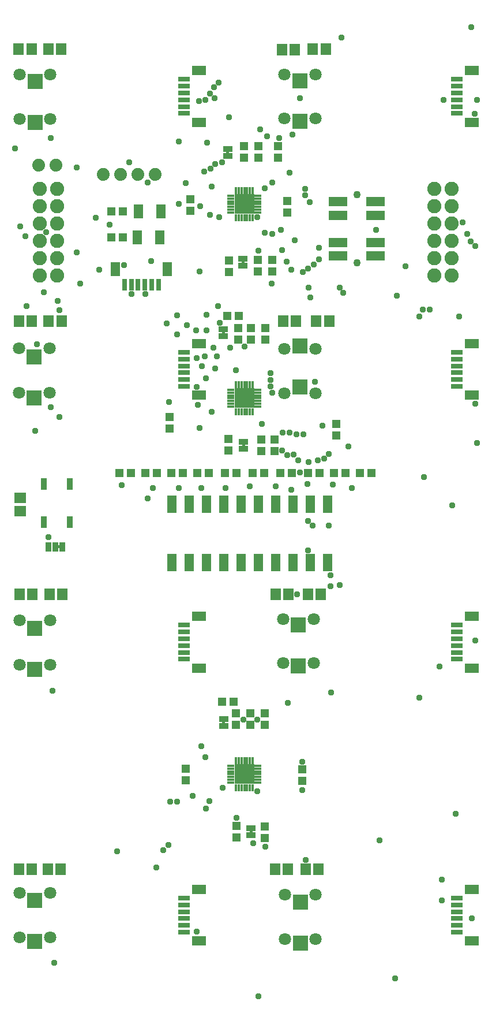
<source format=gts>
G75*
%MOIN*%
%OFA0B0*%
%FSLAX25Y25*%
%IPPOS*%
%LPD*%
%AMOC8*
5,1,8,0,0,1.08239X$1,22.5*
%
%ADD10R,0.06902X0.03162*%
%ADD11R,0.07887X0.05524*%
%ADD12R,0.08674X0.08674*%
%ADD13R,0.05918X0.07099*%
%ADD14R,0.05249X0.10406*%
%ADD15R,0.04146X0.01587*%
%ADD16R,0.01587X0.04146*%
%ADD17R,0.11233X0.11233*%
%ADD18R,0.04737X0.05131*%
%ADD19R,0.05131X0.04737*%
%ADD20R,0.03800X0.06800*%
%ADD21R,0.07099X0.05918*%
%ADD22R,0.05800X0.03300*%
%ADD23C,0.00500*%
%ADD24R,0.05800X0.08300*%
%ADD25C,0.07400*%
%ADD26R,0.10643X0.05524*%
%ADD27C,0.04343*%
%ADD28R,0.03300X0.05800*%
%ADD29C,0.07099*%
%ADD30R,0.03162X0.06902*%
%ADD31R,0.05524X0.07887*%
%ADD32C,0.08200*%
%ADD33C,0.03778*%
D10*
X0154594Y0103594D03*
X0154594Y0107531D03*
X0154594Y0111468D03*
X0154594Y0115405D03*
X0154594Y0119342D03*
X0154594Y0123279D03*
X0154594Y0261094D03*
X0154594Y0265031D03*
X0154594Y0268968D03*
X0154594Y0272905D03*
X0154594Y0276842D03*
X0154594Y0280779D03*
X0154594Y0418593D03*
X0154594Y0422530D03*
X0154594Y0426467D03*
X0154594Y0430404D03*
X0154594Y0434341D03*
X0154594Y0438278D03*
X0154594Y0576094D03*
X0154594Y0580031D03*
X0154594Y0583968D03*
X0154594Y0587905D03*
X0154594Y0591842D03*
X0154594Y0595779D03*
X0312394Y0595779D03*
X0312394Y0591842D03*
X0312394Y0587905D03*
X0312394Y0583968D03*
X0312394Y0580031D03*
X0312394Y0576094D03*
X0312394Y0438278D03*
X0312394Y0434341D03*
X0312394Y0430404D03*
X0312394Y0426467D03*
X0312394Y0422530D03*
X0312394Y0418593D03*
X0312394Y0280779D03*
X0312394Y0276842D03*
X0312394Y0272905D03*
X0312394Y0268968D03*
X0312394Y0265031D03*
X0312394Y0261094D03*
X0312394Y0123279D03*
X0312394Y0119342D03*
X0312394Y0115405D03*
X0312394Y0111468D03*
X0312394Y0107531D03*
X0312394Y0103594D03*
D11*
X0321154Y0098476D03*
X0321154Y0128397D03*
X0321154Y0255976D03*
X0321154Y0285897D03*
X0321154Y0413475D03*
X0321154Y0443397D03*
X0321154Y0570976D03*
X0321154Y0600897D03*
X0163354Y0600897D03*
X0163354Y0570976D03*
X0163354Y0443397D03*
X0163354Y0413475D03*
X0163354Y0285897D03*
X0163354Y0255976D03*
X0163354Y0128397D03*
X0163354Y0098476D03*
D12*
X0221994Y0097283D03*
X0221994Y0120905D03*
X0220806Y0257343D03*
X0220806Y0280965D03*
X0221694Y0418217D03*
X0221694Y0441839D03*
X0221794Y0571416D03*
X0221794Y0595038D03*
X0068594Y0594605D03*
X0068594Y0570983D03*
X0068078Y0435605D03*
X0068078Y0411983D03*
X0068454Y0278965D03*
X0068454Y0255343D03*
X0068494Y0121905D03*
X0068494Y0098283D03*
D13*
X0066734Y0139794D03*
X0059254Y0139794D03*
X0076054Y0139794D03*
X0083534Y0139794D03*
X0084434Y0298594D03*
X0076954Y0298594D03*
X0067134Y0298594D03*
X0059654Y0298594D03*
X0059254Y0456194D03*
X0066734Y0456194D03*
X0076454Y0456194D03*
X0083934Y0456194D03*
X0083834Y0613194D03*
X0076354Y0613194D03*
X0066634Y0613194D03*
X0059154Y0613194D03*
X0211272Y0612794D03*
X0218753Y0612794D03*
X0229154Y0613194D03*
X0236634Y0613194D03*
X0238634Y0456194D03*
X0231154Y0456194D03*
X0219534Y0456194D03*
X0212054Y0456194D03*
X0215134Y0298594D03*
X0207654Y0298594D03*
X0226254Y0298594D03*
X0233734Y0298594D03*
X0232534Y0139794D03*
X0225054Y0139794D03*
X0214734Y0139794D03*
X0207254Y0139794D03*
D14*
X0207836Y0316744D03*
X0197836Y0316744D03*
X0187836Y0316744D03*
X0177836Y0316744D03*
X0167836Y0316744D03*
X0157836Y0316744D03*
X0147836Y0316744D03*
X0147836Y0350602D03*
X0157836Y0350602D03*
X0167836Y0350602D03*
X0177836Y0350602D03*
X0187836Y0350602D03*
X0197836Y0350602D03*
X0207836Y0350602D03*
X0217836Y0350602D03*
X0227836Y0350602D03*
X0237836Y0350602D03*
X0237836Y0316744D03*
X0227836Y0316744D03*
X0217836Y0316744D03*
D15*
X0197369Y0407069D03*
X0197369Y0408644D03*
X0197369Y0410219D03*
X0197369Y0411794D03*
X0197369Y0413369D03*
X0197369Y0414943D03*
X0197369Y0416518D03*
X0181818Y0416518D03*
X0181818Y0414943D03*
X0181818Y0413369D03*
X0181818Y0411794D03*
X0181818Y0410219D03*
X0181818Y0408644D03*
X0181818Y0407069D03*
X0181818Y0519069D03*
X0181818Y0520644D03*
X0181818Y0522219D03*
X0181818Y0523794D03*
X0181818Y0525369D03*
X0181818Y0526943D03*
X0181818Y0528518D03*
X0197369Y0528518D03*
X0197369Y0526943D03*
X0197369Y0525369D03*
X0197369Y0523794D03*
X0197369Y0522219D03*
X0197369Y0520644D03*
X0197369Y0519069D03*
X0197369Y0199518D03*
X0197369Y0197943D03*
X0197369Y0196369D03*
X0197369Y0194794D03*
X0197369Y0193219D03*
X0197369Y0191644D03*
X0197369Y0190069D03*
X0181818Y0190069D03*
X0181818Y0191644D03*
X0181818Y0193219D03*
X0181818Y0194794D03*
X0181818Y0196369D03*
X0181818Y0197943D03*
X0181818Y0199518D03*
D16*
X0184869Y0202569D03*
X0186444Y0202569D03*
X0188019Y0202569D03*
X0189594Y0202569D03*
X0191169Y0202569D03*
X0192743Y0202569D03*
X0194318Y0202569D03*
X0194318Y0187018D03*
X0192743Y0187018D03*
X0191169Y0187018D03*
X0189594Y0187018D03*
X0188019Y0187018D03*
X0186444Y0187018D03*
X0184869Y0187018D03*
X0184869Y0404018D03*
X0186444Y0404018D03*
X0188019Y0404018D03*
X0189594Y0404018D03*
X0191169Y0404018D03*
X0192743Y0404018D03*
X0194318Y0404018D03*
X0194318Y0419569D03*
X0192743Y0419569D03*
X0191169Y0419569D03*
X0189594Y0419569D03*
X0188019Y0419569D03*
X0186444Y0419569D03*
X0184869Y0419569D03*
X0184869Y0516018D03*
X0186444Y0516018D03*
X0188019Y0516018D03*
X0189594Y0516018D03*
X0191169Y0516018D03*
X0192743Y0516018D03*
X0194318Y0516018D03*
X0194318Y0531569D03*
X0192743Y0531569D03*
X0191169Y0531569D03*
X0189594Y0531569D03*
X0188019Y0531569D03*
X0186444Y0531569D03*
X0184869Y0531569D03*
D17*
X0189594Y0523794D03*
X0189594Y0411794D03*
X0189594Y0194794D03*
D18*
X0185184Y0164946D03*
X0185184Y0158253D03*
X0201397Y0157761D03*
X0201397Y0164454D03*
X0223035Y0190761D03*
X0223035Y0197454D03*
X0201350Y0223094D03*
X0201350Y0229787D03*
X0193082Y0229787D03*
X0193082Y0223094D03*
X0184814Y0223094D03*
X0184814Y0229787D03*
X0155623Y0197928D03*
X0155623Y0191235D03*
X0180394Y0381547D03*
X0180394Y0388240D03*
X0199294Y0388040D03*
X0199294Y0381347D03*
X0207094Y0381347D03*
X0207094Y0388040D03*
X0201594Y0445547D03*
X0201594Y0452240D03*
X0193494Y0452240D03*
X0193494Y0445547D03*
X0185894Y0445547D03*
X0185894Y0452240D03*
X0180694Y0484647D03*
X0180694Y0491340D03*
X0197494Y0491640D03*
X0197494Y0484947D03*
X0205777Y0485028D03*
X0205777Y0491720D03*
X0214216Y0519028D03*
X0214216Y0525720D03*
X0208931Y0550485D03*
X0208931Y0557178D03*
X0197669Y0557178D03*
X0197669Y0550485D03*
X0189414Y0550485D03*
X0189414Y0557178D03*
X0158506Y0526539D03*
X0158506Y0519846D03*
X0146394Y0401040D03*
X0146394Y0394347D03*
X0242794Y0397040D03*
X0242794Y0390347D03*
D19*
X0241447Y0368594D03*
X0248140Y0368594D03*
X0256447Y0368594D03*
X0263140Y0368594D03*
X0233140Y0368594D03*
X0226447Y0368594D03*
X0217140Y0368594D03*
X0210447Y0368594D03*
X0201140Y0368594D03*
X0194447Y0368594D03*
X0185140Y0368594D03*
X0178447Y0368594D03*
X0169140Y0368594D03*
X0162447Y0368594D03*
X0154140Y0368594D03*
X0147447Y0368594D03*
X0139140Y0368594D03*
X0132447Y0368594D03*
X0124140Y0368594D03*
X0117447Y0368594D03*
X0179647Y0459294D03*
X0186340Y0459294D03*
X0119440Y0504594D03*
X0112747Y0504594D03*
X0112847Y0519694D03*
X0119540Y0519694D03*
X0176553Y0236693D03*
X0183246Y0236693D03*
D20*
X0088754Y0340212D03*
X0088754Y0362212D03*
X0073754Y0362212D03*
X0073754Y0340212D03*
D21*
X0059919Y0346685D03*
X0059919Y0354165D03*
D22*
X0177494Y0447494D03*
X0177494Y0451494D03*
X0188794Y0488394D03*
X0188794Y0492394D03*
X0179894Y0551494D03*
X0179894Y0555494D03*
X0189194Y0386694D03*
X0189194Y0382694D03*
X0177694Y0226494D03*
X0177694Y0222494D03*
X0193494Y0163694D03*
X0193494Y0159694D03*
D23*
X0193994Y0160944D02*
X0192994Y0160944D01*
X0192994Y0162444D01*
X0193994Y0162444D01*
X0193994Y0160944D01*
X0193994Y0160965D02*
X0192994Y0160965D01*
X0192994Y0161463D02*
X0193994Y0161463D01*
X0193994Y0161962D02*
X0192994Y0161962D01*
X0178194Y0223744D02*
X0177194Y0223744D01*
X0177194Y0225244D01*
X0178194Y0225244D01*
X0178194Y0223744D01*
X0178194Y0223777D02*
X0177194Y0223777D01*
X0177194Y0224276D02*
X0178194Y0224276D01*
X0178194Y0224774D02*
X0177194Y0224774D01*
X0188694Y0383944D02*
X0188694Y0385444D01*
X0189694Y0385444D01*
X0189694Y0383944D01*
X0188694Y0383944D01*
X0188694Y0384298D02*
X0189694Y0384298D01*
X0189694Y0384796D02*
X0188694Y0384796D01*
X0188694Y0385295D02*
X0189694Y0385295D01*
X0177994Y0448744D02*
X0176994Y0448744D01*
X0176994Y0450244D01*
X0177994Y0450244D01*
X0177994Y0448744D01*
X0177994Y0449104D02*
X0176994Y0449104D01*
X0176994Y0449603D02*
X0177994Y0449603D01*
X0177994Y0450101D02*
X0176994Y0450101D01*
X0188294Y0489644D02*
X0188294Y0491144D01*
X0189294Y0491144D01*
X0189294Y0489644D01*
X0188294Y0489644D01*
X0188294Y0489982D02*
X0189294Y0489982D01*
X0189294Y0490481D02*
X0188294Y0490481D01*
X0188294Y0490979D02*
X0189294Y0490979D01*
X0180394Y0552744D02*
X0179394Y0552744D01*
X0179394Y0554244D01*
X0180394Y0554244D01*
X0180394Y0552744D01*
X0180394Y0552795D02*
X0179394Y0552795D01*
X0179394Y0553293D02*
X0180394Y0553293D01*
X0180394Y0553792D02*
X0179394Y0553792D01*
X0083244Y0326494D02*
X0083244Y0325494D01*
X0081744Y0325494D01*
X0081744Y0326494D01*
X0083244Y0326494D01*
X0083244Y0326470D02*
X0081744Y0326470D01*
X0081744Y0325972D02*
X0083244Y0325972D01*
D24*
X0127594Y0504494D03*
X0128294Y0519494D03*
X0141294Y0519494D03*
X0140594Y0504494D03*
D25*
X0137994Y0540794D03*
X0127994Y0540794D03*
X0117994Y0540794D03*
X0107994Y0540794D03*
X0080594Y0546094D03*
X0070594Y0546094D03*
D26*
X0243867Y0525242D03*
X0243867Y0517368D03*
X0243867Y0501620D03*
X0243867Y0493746D03*
X0265520Y0493746D03*
X0265520Y0501620D03*
X0265520Y0517368D03*
X0265520Y0525242D03*
D27*
X0254694Y0529179D03*
X0254694Y0489809D03*
D28*
X0084494Y0325994D03*
X0080494Y0325994D03*
X0076494Y0325994D03*
D29*
X0059635Y0100498D03*
X0059635Y0126089D03*
X0077352Y0126089D03*
X0077352Y0100498D03*
X0077452Y0257998D03*
X0077452Y0283589D03*
X0059735Y0283589D03*
X0059735Y0257998D03*
X0059235Y0415065D03*
X0059235Y0440656D03*
X0076952Y0440656D03*
X0076952Y0415065D03*
X0077452Y0572998D03*
X0077452Y0598589D03*
X0059735Y0598589D03*
X0059735Y0572998D03*
X0212835Y0573098D03*
X0212835Y0598689D03*
X0230552Y0598689D03*
X0230552Y0573098D03*
X0230552Y0440318D03*
X0212835Y0440318D03*
X0212835Y0414728D03*
X0230552Y0414728D03*
X0229652Y0284389D03*
X0229652Y0258798D03*
X0211935Y0258798D03*
X0211935Y0284389D03*
X0213035Y0125089D03*
X0230752Y0125089D03*
X0230752Y0099498D03*
X0213035Y0099498D03*
D30*
X0139994Y0477394D03*
X0136057Y0477394D03*
X0132120Y0477394D03*
X0128183Y0477394D03*
X0124246Y0477394D03*
X0120309Y0477394D03*
D31*
X0115191Y0486154D03*
X0145112Y0486154D03*
D32*
X0081491Y0482683D03*
X0081491Y0492683D03*
X0081491Y0502683D03*
X0081491Y0512683D03*
X0081491Y0522683D03*
X0081491Y0532683D03*
X0071491Y0532683D03*
X0071491Y0522683D03*
X0071491Y0512683D03*
X0071491Y0502683D03*
X0071491Y0492683D03*
X0071491Y0482683D03*
X0299405Y0482683D03*
X0309405Y0482683D03*
X0309405Y0492683D03*
X0309405Y0502683D03*
X0299405Y0502683D03*
X0299405Y0492683D03*
X0299405Y0512683D03*
X0299405Y0522683D03*
X0309405Y0522683D03*
X0309405Y0512683D03*
X0309405Y0532683D03*
X0299405Y0532683D03*
D33*
X0315704Y0513392D03*
X0318460Y0506699D03*
X0320428Y0502369D03*
X0323184Y0499613D03*
X0313594Y0458794D03*
X0296594Y0462794D03*
X0292594Y0462794D03*
X0290594Y0458794D03*
X0277594Y0470794D03*
X0282594Y0487794D03*
X0265594Y0508794D03*
X0246806Y0472447D03*
X0244711Y0475677D03*
X0232594Y0491794D03*
X0229594Y0488794D03*
X0226431Y0486631D03*
X0223269Y0484469D03*
X0216594Y0485794D03*
X0214129Y0490557D03*
X0211373Y0497250D03*
X0218594Y0502794D03*
X0210594Y0508794D03*
X0205861Y0506699D03*
X0201531Y0507093D03*
X0197200Y0516148D03*
X0201531Y0532746D03*
X0205861Y0536353D03*
X0215594Y0541794D03*
X0224594Y0532559D03*
X0224594Y0528794D03*
X0227515Y0524809D03*
X0232594Y0498739D03*
X0226594Y0475464D03*
X0227594Y0469794D03*
X0205468Y0477959D03*
X0197594Y0496857D03*
X0175153Y0516148D03*
X0169641Y0517723D03*
X0164129Y0522447D03*
X0170594Y0533794D03*
X0170049Y0544249D03*
X0172828Y0546794D03*
X0176594Y0547794D03*
X0168206Y0559182D03*
X0166283Y0542707D03*
X0155594Y0535794D03*
X0151594Y0523794D03*
X0133594Y0536109D03*
X0123184Y0548069D03*
X0103594Y0515794D03*
X0111594Y0511794D03*
X0120035Y0488589D03*
X0124365Y0472054D03*
X0132239Y0472054D03*
X0135594Y0490794D03*
X0150594Y0459730D03*
X0144594Y0454794D03*
X0150743Y0448431D03*
X0156255Y0453943D03*
X0161594Y0450794D03*
X0167594Y0450794D03*
X0171609Y0440951D03*
X0173609Y0436014D03*
X0166704Y0436046D03*
X0164948Y0430109D03*
X0162192Y0434865D03*
X0167279Y0423235D03*
X0172594Y0428794D03*
X0181452Y0440951D03*
X0184594Y0427794D03*
X0189720Y0441739D03*
X0175546Y0455124D03*
X0174280Y0464794D03*
X0167594Y0459794D03*
X0163594Y0484794D03*
X0162161Y0418117D03*
X0162594Y0407794D03*
X0163705Y0394682D03*
X0170594Y0403794D03*
X0164594Y0359794D03*
X0151594Y0359794D03*
X0136594Y0359794D03*
X0133594Y0353794D03*
X0118594Y0361578D03*
X0146019Y0409455D03*
X0178594Y0359794D03*
X0192594Y0360794D03*
X0207594Y0360794D03*
X0216594Y0358794D03*
X0221594Y0368794D03*
X0220828Y0375794D03*
X0218049Y0379339D03*
X0214283Y0378794D03*
X0211373Y0381502D03*
X0211828Y0391794D03*
X0215594Y0391794D03*
X0219594Y0390794D03*
X0223594Y0390794D03*
X0234594Y0395794D03*
X0238309Y0379509D03*
X0235699Y0376794D03*
X0231934Y0375794D03*
X0226594Y0374794D03*
X0225895Y0362095D03*
X0226334Y0340951D03*
X0229090Y0338195D03*
X0238539Y0338195D03*
X0226334Y0324022D03*
X0239326Y0309455D03*
X0239326Y0303156D03*
X0244838Y0303943D03*
X0220035Y0298431D03*
X0239594Y0241794D03*
X0223184Y0201975D03*
X0223184Y0185439D03*
X0201594Y0152794D03*
X0194594Y0154794D03*
X0184995Y0169691D03*
X0177121Y0187014D03*
X0169247Y0179140D03*
X0167279Y0174809D03*
X0159798Y0182290D03*
X0150594Y0178794D03*
X0146594Y0178794D03*
X0145594Y0153794D03*
X0142594Y0150794D03*
X0138594Y0140794D03*
X0116098Y0150400D03*
X0079594Y0085794D03*
X0162192Y0103943D03*
X0197594Y0066542D03*
X0225153Y0145282D03*
X0197200Y0185046D03*
X0197200Y0226384D03*
X0188932Y0226384D03*
X0167066Y0204613D03*
X0164594Y0210794D03*
X0214594Y0235794D03*
X0267672Y0156699D03*
X0303594Y0133794D03*
X0303816Y0122016D03*
X0321066Y0111424D03*
X0311594Y0171794D03*
X0290594Y0238794D03*
X0302403Y0256985D03*
X0323066Y0271904D03*
X0309594Y0349794D03*
X0293263Y0366148D03*
X0323972Y0385833D03*
X0323184Y0408668D03*
X0251594Y0359794D03*
X0240594Y0361794D03*
X0249594Y0383794D03*
X0230271Y0421266D03*
X0205594Y0414794D03*
X0204594Y0418559D03*
X0204594Y0422324D03*
X0204594Y0426090D03*
X0199594Y0396794D03*
X0105594Y0485794D03*
X0094594Y0477794D03*
X0081594Y0467794D03*
X0082633Y0462605D03*
X0073594Y0472794D03*
X0063594Y0464794D03*
X0069594Y0442794D03*
X0077594Y0406464D03*
X0082594Y0400794D03*
X0068594Y0392794D03*
X0076334Y0331502D03*
X0078594Y0242794D03*
X0092594Y0495794D03*
X0075153Y0507487D03*
X0062948Y0505124D03*
X0060192Y0510880D03*
X0057043Y0555912D03*
X0077594Y0561794D03*
X0092594Y0544794D03*
X0151594Y0559794D03*
X0163243Y0583094D03*
X0167009Y0583794D03*
X0169809Y0587579D03*
X0172349Y0584794D03*
X0171931Y0591131D03*
X0174594Y0593794D03*
X0180594Y0573794D03*
X0198594Y0566794D03*
X0202594Y0562794D03*
X0209594Y0561794D03*
X0217279Y0563786D03*
X0221594Y0584794D03*
X0245594Y0619794D03*
X0304594Y0583794D03*
X0324066Y0583865D03*
X0322791Y0575991D03*
X0320594Y0625794D03*
X0276728Y0076778D03*
M02*

</source>
